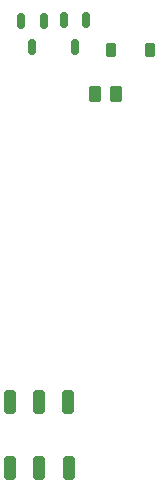
<source format=gbr>
%TF.GenerationSoftware,KiCad,Pcbnew,(7.0.0)*%
%TF.CreationDate,2023-03-03T13:32:30+01:00*%
%TF.ProjectId,Solar Cell offgrid Power,536f6c61-7220-4436-956c-6c206f666667,rev?*%
%TF.SameCoordinates,Original*%
%TF.FileFunction,Paste,Top*%
%TF.FilePolarity,Positive*%
%FSLAX46Y46*%
G04 Gerber Fmt 4.6, Leading zero omitted, Abs format (unit mm)*
G04 Created by KiCad (PCBNEW (7.0.0)) date 2023-03-03 13:32:30*
%MOMM*%
%LPD*%
G01*
G04 APERTURE LIST*
G04 Aperture macros list*
%AMRoundRect*
0 Rectangle with rounded corners*
0 $1 Rounding radius*
0 $2 $3 $4 $5 $6 $7 $8 $9 X,Y pos of 4 corners*
0 Add a 4 corners polygon primitive as box body*
4,1,4,$2,$3,$4,$5,$6,$7,$8,$9,$2,$3,0*
0 Add four circle primitives for the rounded corners*
1,1,$1+$1,$2,$3*
1,1,$1+$1,$4,$5*
1,1,$1+$1,$6,$7*
1,1,$1+$1,$8,$9*
0 Add four rect primitives between the rounded corners*
20,1,$1+$1,$2,$3,$4,$5,0*
20,1,$1+$1,$4,$5,$6,$7,0*
20,1,$1+$1,$6,$7,$8,$9,0*
20,1,$1+$1,$8,$9,$2,$3,0*%
G04 Aperture macros list end*
%ADD10RoundRect,0.250000X-0.262500X-0.450000X0.262500X-0.450000X0.262500X0.450000X-0.262500X0.450000X0*%
%ADD11RoundRect,0.150000X-0.150000X0.512500X-0.150000X-0.512500X0.150000X-0.512500X0.150000X0.512500X0*%
%ADD12RoundRect,0.250000X-0.250000X-0.750000X0.250000X-0.750000X0.250000X0.750000X-0.250000X0.750000X0*%
%ADD13RoundRect,0.225000X-0.225000X-0.375000X0.225000X-0.375000X0.225000X0.375000X-0.225000X0.375000X0*%
G04 APERTURE END LIST*
D10*
%TO.C,R1*%
X127087500Y-93360000D03*
X128912500Y-93360000D03*
%TD*%
D11*
%TO.C,T2*%
X125450000Y-89367500D03*
X124500000Y-87092500D03*
X126400000Y-87092500D03*
%TD*%
%TO.C,T1*%
X122780000Y-87155000D03*
X120880000Y-87155000D03*
X121830000Y-89430000D03*
%TD*%
D12*
%TO.C,J4*%
X119900000Y-125080000D03*
X122390000Y-125070000D03*
X124910000Y-125080000D03*
X124830000Y-119450000D03*
X122410000Y-119430000D03*
X119900000Y-119440000D03*
%TD*%
D13*
%TO.C,D1*%
X128450000Y-89670000D03*
X131750000Y-89670000D03*
%TD*%
M02*

</source>
